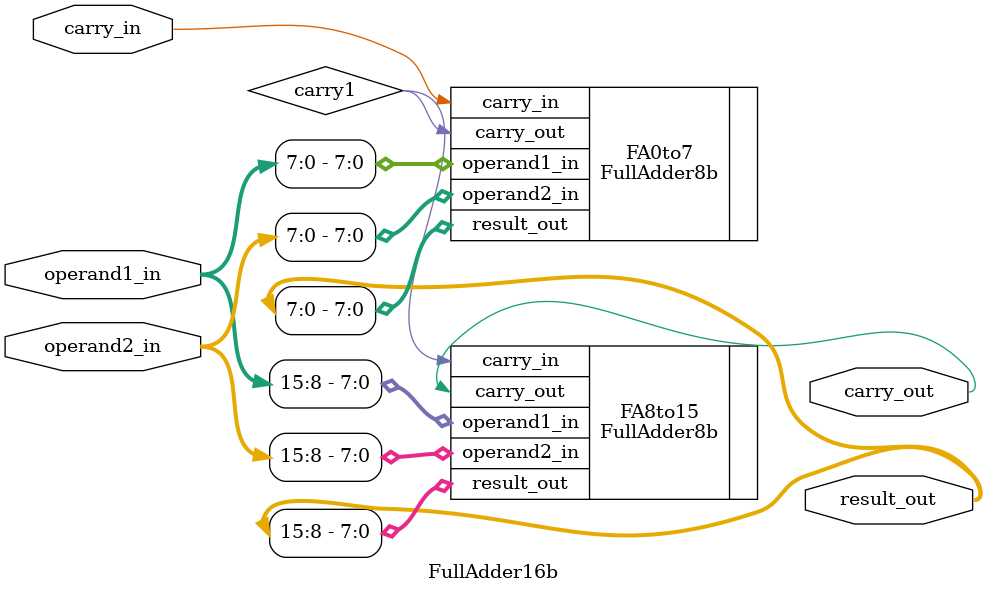
<source format=sv>
/*
Description:
16 bit Full Adder

I/O:
Inputs: operand1(16-bit), operand2(16-bit), carry_in (1-bit)
Outputs: result_out (16-bit), carry_out (1-bit)

Internal Functions:
Ripple carry adder of two 16-bit values using 8-bit full adders
*/

module FullAdder16b(
	input logic [15:0] operand1_in,
	input logic [15:0] operand2_in,
	input logic carry_in,
	output logic [15:0] result_out,
	output logic carry_out
);

logic carry1; // intermediate carry 

FullAdder8b FA0to7 (.operand1_in(operand1_in[7:0]), .operand2_in(operand2_in[7:0]), 
                 .carry_in(carry_in), .result_out(result_out[7:0]), .carry_out(carry1));
FullAdder8b FA8to15 (.operand1_in(operand1_in[15:8]), .operand2_in(operand2_in[15:8]), 
                 .carry_in(carry1), .result_out(result_out[15:8]), .carry_out(carry_out));

endmodule


</source>
